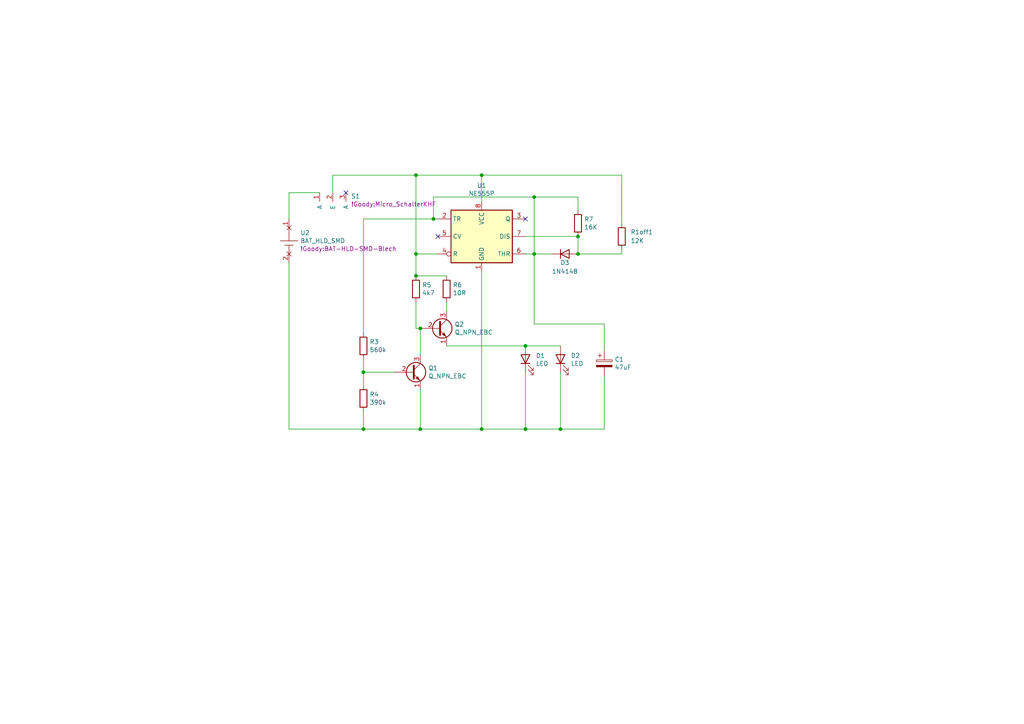
<source format=kicad_sch>
(kicad_sch
	(version 20250114)
	(generator "eeschema")
	(generator_version "9.0")
	(uuid "fe8fc5d9-8e1a-431d-8bb9-c3e0de6c8ec3")
	(paper "A4")
	(lib_symbols
		(symbol "!Goody:BAT_HLD_SMD"
			(pin_names
				(offset 1.016)
			)
			(exclude_from_sim no)
			(in_bom yes)
			(on_board yes)
			(property "Reference" "U"
				(at -5.08 0 0)
				(effects
					(font
						(size 1.27 1.27)
					)
				)
			)
			(property "Value" "BAT_HLD_SMD"
				(at -10.16 3.81 0)
				(effects
					(font
						(size 1.27 1.27)
					)
				)
			)
			(property "Footprint" "KHF_LIB:BAT-HLD-SMD"
				(at -15.24 6.35 0)
				(effects
					(font
						(size 1.27 1.27)
					)
				)
			)
			(property "Datasheet" ""
				(at -5.08 0 0)
				(effects
					(font
						(size 1.27 1.27)
					)
					(hide yes)
				)
			)
			(property "Description" "2032 SMD"
				(at 0 0 0)
				(effects
					(font
						(size 1.27 1.27)
					)
					(hide yes)
				)
			)
			(symbol "BAT_HLD_SMD_0_1"
				(rectangle
					(start -1.27 0)
					(end -2.54 0)
					(stroke
						(width 0)
						(type solid)
					)
					(fill
						(type none)
					)
				)
				(rectangle
					(start -1.27 0)
					(end 1.27 0)
					(stroke
						(width 0)
						(type solid)
					)
					(fill
						(type none)
					)
				)
				(rectangle
					(start -1.27 -1.27)
					(end 1.27 -1.27)
					(stroke
						(width 0)
						(type solid)
					)
					(fill
						(type none)
					)
				)
				(polyline
					(pts
						(xy 0 0) (xy 0 3.81)
					)
					(stroke
						(width 0)
						(type solid)
					)
					(fill
						(type none)
					)
				)
				(polyline
					(pts
						(xy 0 -3.81) (xy 0 -1.27)
					)
					(stroke
						(width 0)
						(type solid)
					)
					(fill
						(type none)
					)
				)
				(polyline
					(pts
						(xy 1.27 0) (xy 2.54 0)
					)
					(stroke
						(width 0)
						(type solid)
					)
					(fill
						(type none)
					)
				)
			)
			(symbol "BAT_HLD_SMD_1_1"
				(pin power_out non_logic
					(at 0 6.35 270)
					(length 2.54)
					(name "~"
						(effects
							(font
								(size 1.27 1.27)
							)
						)
					)
					(number "1"
						(effects
							(font
								(size 1.27 1.27)
							)
						)
					)
				)
				(pin power_out non_logic
					(at 0 -6.35 90)
					(length 2.54)
					(name "~"
						(effects
							(font
								(size 1.27 1.27)
							)
						)
					)
					(number "2"
						(effects
							(font
								(size 1.27 1.27)
							)
						)
					)
				)
			)
			(embedded_fonts no)
		)
		(symbol "!Goody:ELKO"
			(pin_numbers
				(hide yes)
			)
			(pin_names
				(offset 0.254)
			)
			(exclude_from_sim no)
			(in_bom yes)
			(on_board yes)
			(property "Reference" "C"
				(at 0.635 2.54 0)
				(effects
					(font
						(size 1.27 1.27)
					)
					(justify left)
				)
			)
			(property "Value" "ELKO"
				(at 0.635 -2.54 0)
				(effects
					(font
						(size 1.27 1.27)
					)
					(justify left)
				)
			)
			(property "Footprint" ""
				(at 0.9652 -3.81 0)
				(effects
					(font
						(size 1.27 1.27)
					)
					(hide yes)
				)
			)
			(property "Datasheet" "~"
				(at 0 0 0)
				(effects
					(font
						(size 1.27 1.27)
					)
					(hide yes)
				)
			)
			(property "Description" "ELKO"
				(at 0 0 0)
				(effects
					(font
						(size 1.27 1.27)
					)
					(hide yes)
				)
			)
			(property "ki_keywords" "cap capacitor"
				(at 0 0 0)
				(effects
					(font
						(size 1.27 1.27)
					)
					(hide yes)
				)
			)
			(property "ki_fp_filters" "CP_*"
				(at 0 0 0)
				(effects
					(font
						(size 1.27 1.27)
					)
					(hide yes)
				)
			)
			(symbol "ELKO_0_1"
				(rectangle
					(start -2.286 0.508)
					(end 2.286 1.016)
					(stroke
						(width 0)
						(type solid)
					)
					(fill
						(type none)
					)
				)
				(polyline
					(pts
						(xy -1.778 2.286) (xy -0.762 2.286)
					)
					(stroke
						(width 0)
						(type solid)
					)
					(fill
						(type none)
					)
				)
				(polyline
					(pts
						(xy -1.27 2.794) (xy -1.27 1.778)
					)
					(stroke
						(width 0)
						(type solid)
					)
					(fill
						(type none)
					)
				)
				(rectangle
					(start 2.286 -0.508)
					(end -2.286 -1.016)
					(stroke
						(width 0)
						(type solid)
					)
					(fill
						(type outline)
					)
				)
			)
			(symbol "ELKO_1_1"
				(pin passive line
					(at 0 3.81 270)
					(length 2.794)
					(name "~"
						(effects
							(font
								(size 1.27 1.27)
							)
						)
					)
					(number "1"
						(effects
							(font
								(size 1.27 1.27)
							)
						)
					)
				)
				(pin passive line
					(at 0 -3.81 90)
					(length 2.794)
					(name "~"
						(effects
							(font
								(size 1.27 1.27)
							)
						)
					)
					(number "2"
						(effects
							(font
								(size 1.27 1.27)
							)
						)
					)
				)
			)
			(embedded_fonts no)
		)
		(symbol "!Goody:LED"
			(pin_numbers
				(hide yes)
			)
			(pin_names
				(offset 1.016)
				(hide yes)
			)
			(exclude_from_sim no)
			(in_bom yes)
			(on_board yes)
			(property "Reference" "D"
				(at 0 2.54 0)
				(effects
					(font
						(size 1.27 1.27)
					)
				)
			)
			(property "Value" "LED"
				(at 2.54 -2.54 90)
				(effects
					(font
						(size 1.27 1.27)
					)
				)
			)
			(property "Footprint" "LED_THT:LED_D5.0mm"
				(at 0 5.08 0)
				(effects
					(font
						(size 1.27 1.27)
					)
					(hide yes)
				)
			)
			(property "Datasheet" ""
				(at 0 -2.54 90)
				(effects
					(font
						(size 1.27 1.27)
					)
					(hide yes)
				)
			)
			(property "Description" "LED 5mm"
				(at 0 0 0)
				(effects
					(font
						(size 1.27 1.27)
					)
					(hide yes)
				)
			)
			(property "ki_fp_filters" "LED* LED_SMD:* LED_THT:*"
				(at 0 0 0)
				(effects
					(font
						(size 1.27 1.27)
					)
					(hide yes)
				)
			)
			(symbol "LED_0_1"
				(polyline
					(pts
						(xy 0 -3.81) (xy 0 -1.27)
					)
					(stroke
						(width 0)
						(type solid)
					)
					(fill
						(type none)
					)
				)
				(polyline
					(pts
						(xy 0.762 -4.318) (xy 2.286 -5.842) (xy 2.286 -5.08) (xy 2.286 -5.842) (xy 1.524 -5.842)
					)
					(stroke
						(width 0)
						(type solid)
					)
					(fill
						(type none)
					)
				)
				(polyline
					(pts
						(xy 0.762 -5.588) (xy 2.286 -7.112) (xy 2.286 -6.35) (xy 2.286 -7.112) (xy 1.524 -7.112)
					)
					(stroke
						(width 0)
						(type solid)
					)
					(fill
						(type none)
					)
				)
				(polyline
					(pts
						(xy 1.27 -1.27) (xy -1.27 -1.27) (xy 0 -3.81) (xy 1.27 -1.27)
					)
					(stroke
						(width 0.254)
						(type solid)
					)
					(fill
						(type none)
					)
				)
				(polyline
					(pts
						(xy 1.27 -3.81) (xy -1.27 -3.81)
					)
					(stroke
						(width 0.254)
						(type solid)
					)
					(fill
						(type none)
					)
				)
			)
			(symbol "LED_1_1"
				(pin passive line
					(at 0 1.27 270)
					(length 2.54)
					(name "A"
						(effects
							(font
								(size 1.27 1.27)
							)
						)
					)
					(number "2"
						(effects
							(font
								(size 1.27 1.27)
							)
						)
					)
				)
				(pin passive line
					(at 0 -6.35 90)
					(length 2.54)
					(name "K"
						(effects
							(font
								(size 1.27 1.27)
							)
						)
					)
					(number "1"
						(effects
							(font
								(size 1.27 1.27)
							)
						)
					)
				)
			)
			(embedded_fonts no)
		)
		(symbol "!Goody:Micro_Schalter"
			(pin_names
				(offset 1.016)
			)
			(exclude_from_sim no)
			(in_bom yes)
			(on_board yes)
			(property "Reference" "S"
				(at 0 0 0)
				(effects
					(font
						(size 1.27 1.27)
					)
				)
			)
			(property "Value" "Micro_Schalter"
				(at 0 5.08 0)
				(effects
					(font
						(size 1.27 1.27)
					)
					(hide yes)
				)
			)
			(property "Footprint" "KHF_LIB:Micro_SchalterKHF"
				(at 0 0 0)
				(effects
					(font
						(size 1.27 1.27)
					)
				)
			)
			(property "Datasheet" ""
				(at 0 0 0)
				(effects
					(font
						(size 1.27 1.27)
					)
					(hide yes)
				)
			)
			(property "Description" "Micro_Schalter"
				(at 0 0 0)
				(effects
					(font
						(size 1.27 1.27)
					)
					(hide yes)
				)
			)
			(symbol "Micro_Schalter_1_1"
				(pin passive line
					(at -3.81 -2.54 270)
					(length 2.54)
					(name "A"
						(effects
							(font
								(size 1.27 1.27)
							)
						)
					)
					(number "1"
						(effects
							(font
								(size 1.27 1.27)
							)
						)
					)
				)
				(pin passive line
					(at 0 -2.54 270)
					(length 2.54)
					(name "E"
						(effects
							(font
								(size 1.27 1.27)
							)
						)
					)
					(number "2"
						(effects
							(font
								(size 1.27 1.27)
							)
						)
					)
				)
				(pin passive line
					(at 3.81 -2.54 270)
					(length 2.54)
					(name "A"
						(effects
							(font
								(size 1.27 1.27)
							)
						)
					)
					(number "3"
						(effects
							(font
								(size 1.27 1.27)
							)
						)
					)
				)
			)
			(embedded_fonts no)
		)
		(symbol "!Goody:R"
			(pin_numbers
				(hide yes)
			)
			(pin_names
				(offset 0)
			)
			(exclude_from_sim no)
			(in_bom yes)
			(on_board yes)
			(property "Reference" "R"
				(at 2.032 0 90)
				(effects
					(font
						(size 1.27 1.27)
					)
				)
			)
			(property "Value" "R"
				(at 0 0 90)
				(effects
					(font
						(size 1.27 1.27)
					)
				)
			)
			(property "Footprint" "Resistor_THT:R_Axial_DIN0411_L9.9mm_D3.6mm_P12.70mm_Horizontal"
				(at -1.778 0 90)
				(effects
					(font
						(size 1.27 1.27)
					)
					(hide yes)
				)
			)
			(property "Datasheet" "~"
				(at 0 0 0)
				(effects
					(font
						(size 1.27 1.27)
					)
					(hide yes)
				)
			)
			(property "Description" "Resistor"
				(at 0 0 0)
				(effects
					(font
						(size 1.27 1.27)
					)
					(hide yes)
				)
			)
			(property "ki_keywords" "R res resistor"
				(at 0 0 0)
				(effects
					(font
						(size 1.27 1.27)
					)
					(hide yes)
				)
			)
			(property "ki_fp_filters" "R_*"
				(at 0 0 0)
				(effects
					(font
						(size 1.27 1.27)
					)
					(hide yes)
				)
			)
			(symbol "R_0_1"
				(rectangle
					(start -1.016 -2.54)
					(end 1.016 2.54)
					(stroke
						(width 0.254)
						(type solid)
					)
					(fill
						(type none)
					)
				)
			)
			(symbol "R_1_1"
				(pin passive line
					(at 0 3.81 270)
					(length 1.27)
					(name "~"
						(effects
							(font
								(size 1.27 1.27)
							)
						)
					)
					(number "1"
						(effects
							(font
								(size 1.27 1.27)
							)
						)
					)
				)
				(pin passive line
					(at 0 -3.81 90)
					(length 1.27)
					(name "~"
						(effects
							(font
								(size 1.27 1.27)
							)
						)
					)
					(number "2"
						(effects
							(font
								(size 1.27 1.27)
							)
						)
					)
				)
			)
			(embedded_fonts no)
		)
		(symbol "Device:Q_NPN_EBC"
			(pin_names
				(offset 0)
				(hide yes)
			)
			(exclude_from_sim no)
			(in_bom yes)
			(on_board yes)
			(property "Reference" "Q"
				(at 5.08 1.27 0)
				(effects
					(font
						(size 1.27 1.27)
					)
					(justify left)
				)
			)
			(property "Value" "Q_NPN_EBC"
				(at 5.08 -1.27 0)
				(effects
					(font
						(size 1.27 1.27)
					)
					(justify left)
				)
			)
			(property "Footprint" ""
				(at 5.08 2.54 0)
				(effects
					(font
						(size 1.27 1.27)
					)
					(hide yes)
				)
			)
			(property "Datasheet" "~"
				(at 0 0 0)
				(effects
					(font
						(size 1.27 1.27)
					)
					(hide yes)
				)
			)
			(property "Description" "NPN transistor, emitter/base/collector"
				(at 0 0 0)
				(effects
					(font
						(size 1.27 1.27)
					)
					(hide yes)
				)
			)
			(property "ki_keywords" "transistor NPN"
				(at 0 0 0)
				(effects
					(font
						(size 1.27 1.27)
					)
					(hide yes)
				)
			)
			(symbol "Q_NPN_EBC_0_1"
				(polyline
					(pts
						(xy 0.635 1.905) (xy 0.635 -1.905) (xy 0.635 -1.905)
					)
					(stroke
						(width 0.508)
						(type default)
					)
					(fill
						(type none)
					)
				)
				(polyline
					(pts
						(xy 0.635 0.635) (xy 2.54 2.54)
					)
					(stroke
						(width 0)
						(type default)
					)
					(fill
						(type none)
					)
				)
				(polyline
					(pts
						(xy 0.635 -0.635) (xy 2.54 -2.54) (xy 2.54 -2.54)
					)
					(stroke
						(width 0)
						(type default)
					)
					(fill
						(type none)
					)
				)
				(circle
					(center 1.27 0)
					(radius 2.8194)
					(stroke
						(width 0.254)
						(type default)
					)
					(fill
						(type none)
					)
				)
				(polyline
					(pts
						(xy 1.27 -1.778) (xy 1.778 -1.27) (xy 2.286 -2.286) (xy 1.27 -1.778) (xy 1.27 -1.778)
					)
					(stroke
						(width 0)
						(type default)
					)
					(fill
						(type outline)
					)
				)
			)
			(symbol "Q_NPN_EBC_1_1"
				(pin passive line
					(at -5.08 0 0)
					(length 5.715)
					(name "B"
						(effects
							(font
								(size 1.27 1.27)
							)
						)
					)
					(number "2"
						(effects
							(font
								(size 1.27 1.27)
							)
						)
					)
				)
				(pin passive line
					(at 2.54 5.08 270)
					(length 2.54)
					(name "C"
						(effects
							(font
								(size 1.27 1.27)
							)
						)
					)
					(number "3"
						(effects
							(font
								(size 1.27 1.27)
							)
						)
					)
				)
				(pin passive line
					(at 2.54 -5.08 90)
					(length 2.54)
					(name "E"
						(effects
							(font
								(size 1.27 1.27)
							)
						)
					)
					(number "1"
						(effects
							(font
								(size 1.27 1.27)
							)
						)
					)
				)
			)
			(embedded_fonts no)
		)
		(symbol "Diode:1N4148"
			(pin_numbers
				(hide yes)
			)
			(pin_names
				(hide yes)
			)
			(exclude_from_sim no)
			(in_bom yes)
			(on_board yes)
			(property "Reference" "D"
				(at 0 2.54 0)
				(effects
					(font
						(size 1.27 1.27)
					)
				)
			)
			(property "Value" "1N4148"
				(at 0 -2.54 0)
				(effects
					(font
						(size 1.27 1.27)
					)
				)
			)
			(property "Footprint" "Diode_THT:D_DO-35_SOD27_P7.62mm_Horizontal"
				(at 0 0 0)
				(effects
					(font
						(size 1.27 1.27)
					)
					(hide yes)
				)
			)
			(property "Datasheet" "https://assets.nexperia.com/documents/data-sheet/1N4148_1N4448.pdf"
				(at 0 0 0)
				(effects
					(font
						(size 1.27 1.27)
					)
					(hide yes)
				)
			)
			(property "Description" "100V 0.15A standard switching diode, DO-35"
				(at 0 0 0)
				(effects
					(font
						(size 1.27 1.27)
					)
					(hide yes)
				)
			)
			(property "Sim.Device" "D"
				(at 0 0 0)
				(effects
					(font
						(size 1.27 1.27)
					)
					(hide yes)
				)
			)
			(property "Sim.Pins" "1=K 2=A"
				(at 0 0 0)
				(effects
					(font
						(size 1.27 1.27)
					)
					(hide yes)
				)
			)
			(property "ki_keywords" "diode"
				(at 0 0 0)
				(effects
					(font
						(size 1.27 1.27)
					)
					(hide yes)
				)
			)
			(property "ki_fp_filters" "D*DO?35*"
				(at 0 0 0)
				(effects
					(font
						(size 1.27 1.27)
					)
					(hide yes)
				)
			)
			(symbol "1N4148_0_1"
				(polyline
					(pts
						(xy -1.27 1.27) (xy -1.27 -1.27)
					)
					(stroke
						(width 0.254)
						(type default)
					)
					(fill
						(type none)
					)
				)
				(polyline
					(pts
						(xy 1.27 1.27) (xy 1.27 -1.27) (xy -1.27 0) (xy 1.27 1.27)
					)
					(stroke
						(width 0.254)
						(type default)
					)
					(fill
						(type none)
					)
				)
				(polyline
					(pts
						(xy 1.27 0) (xy -1.27 0)
					)
					(stroke
						(width 0)
						(type default)
					)
					(fill
						(type none)
					)
				)
			)
			(symbol "1N4148_1_1"
				(pin passive line
					(at -3.81 0 0)
					(length 2.54)
					(name "K"
						(effects
							(font
								(size 1.27 1.27)
							)
						)
					)
					(number "1"
						(effects
							(font
								(size 1.27 1.27)
							)
						)
					)
				)
				(pin passive line
					(at 3.81 0 180)
					(length 2.54)
					(name "A"
						(effects
							(font
								(size 1.27 1.27)
							)
						)
					)
					(number "2"
						(effects
							(font
								(size 1.27 1.27)
							)
						)
					)
				)
			)
			(embedded_fonts no)
		)
		(symbol "Timer:NE555P"
			(exclude_from_sim no)
			(in_bom yes)
			(on_board yes)
			(property "Reference" "U"
				(at -10.16 8.89 0)
				(effects
					(font
						(size 1.27 1.27)
					)
					(justify left)
				)
			)
			(property "Value" "NE555P"
				(at 2.54 8.89 0)
				(effects
					(font
						(size 1.27 1.27)
					)
					(justify left)
				)
			)
			(property "Footprint" "Package_DIP:DIP-8_W7.62mm"
				(at 16.51 -10.16 0)
				(effects
					(font
						(size 1.27 1.27)
					)
					(hide yes)
				)
			)
			(property "Datasheet" "http://www.ti.com/lit/ds/symlink/ne555.pdf"
				(at 21.59 -10.16 0)
				(effects
					(font
						(size 1.27 1.27)
					)
					(hide yes)
				)
			)
			(property "Description" "Precision Timers, 555 compatible,  PDIP-8"
				(at 0 0 0)
				(effects
					(font
						(size 1.27 1.27)
					)
					(hide yes)
				)
			)
			(property "ki_keywords" "single timer 555"
				(at 0 0 0)
				(effects
					(font
						(size 1.27 1.27)
					)
					(hide yes)
				)
			)
			(property "ki_fp_filters" "DIP*W7.62mm*"
				(at 0 0 0)
				(effects
					(font
						(size 1.27 1.27)
					)
					(hide yes)
				)
			)
			(symbol "NE555P_0_0"
				(pin power_in line
					(at 0 10.16 270)
					(length 2.54)
					(name "VCC"
						(effects
							(font
								(size 1.27 1.27)
							)
						)
					)
					(number "8"
						(effects
							(font
								(size 1.27 1.27)
							)
						)
					)
				)
				(pin power_in line
					(at 0 -10.16 90)
					(length 2.54)
					(name "GND"
						(effects
							(font
								(size 1.27 1.27)
							)
						)
					)
					(number "1"
						(effects
							(font
								(size 1.27 1.27)
							)
						)
					)
				)
			)
			(symbol "NE555P_0_1"
				(rectangle
					(start -8.89 -7.62)
					(end 8.89 7.62)
					(stroke
						(width 0.254)
						(type default)
					)
					(fill
						(type background)
					)
				)
				(rectangle
					(start -8.89 -7.62)
					(end 8.89 7.62)
					(stroke
						(width 0.254)
						(type default)
					)
					(fill
						(type background)
					)
				)
			)
			(symbol "NE555P_1_1"
				(pin input line
					(at -12.7 5.08 0)
					(length 3.81)
					(name "TR"
						(effects
							(font
								(size 1.27 1.27)
							)
						)
					)
					(number "2"
						(effects
							(font
								(size 1.27 1.27)
							)
						)
					)
				)
				(pin input line
					(at -12.7 0 0)
					(length 3.81)
					(name "CV"
						(effects
							(font
								(size 1.27 1.27)
							)
						)
					)
					(number "5"
						(effects
							(font
								(size 1.27 1.27)
							)
						)
					)
				)
				(pin input inverted
					(at -12.7 -5.08 0)
					(length 3.81)
					(name "R"
						(effects
							(font
								(size 1.27 1.27)
							)
						)
					)
					(number "4"
						(effects
							(font
								(size 1.27 1.27)
							)
						)
					)
				)
				(pin output line
					(at 12.7 5.08 180)
					(length 3.81)
					(name "Q"
						(effects
							(font
								(size 1.27 1.27)
							)
						)
					)
					(number "3"
						(effects
							(font
								(size 1.27 1.27)
							)
						)
					)
				)
				(pin input line
					(at 12.7 0 180)
					(length 3.81)
					(name "DIS"
						(effects
							(font
								(size 1.27 1.27)
							)
						)
					)
					(number "7"
						(effects
							(font
								(size 1.27 1.27)
							)
						)
					)
				)
				(pin input line
					(at 12.7 -5.08 180)
					(length 3.81)
					(name "THR"
						(effects
							(font
								(size 1.27 1.27)
							)
						)
					)
					(number "6"
						(effects
							(font
								(size 1.27 1.27)
							)
						)
					)
				)
			)
			(embedded_fonts no)
		)
	)
	(junction
		(at 167.64 73.66)
		(diameter 0)
		(color 0 0 0 0)
		(uuid "07952baa-3ee7-4b77-a50e-d9371b320cf7")
	)
	(junction
		(at 120.65 73.66)
		(diameter 0)
		(color 0 0 0 0)
		(uuid "09d29e5d-819e-4b04-a234-ed54cad4f7c4")
	)
	(junction
		(at 120.65 80.01)
		(diameter 0)
		(color 0 0 0 0)
		(uuid "3f8ff41f-7fa1-4625-81e1-fd2ec9c5d127")
	)
	(junction
		(at 120.65 50.8)
		(diameter 0)
		(color 0 0 0 0)
		(uuid "64356417-6da8-4503-a2ff-294354195611")
	)
	(junction
		(at 121.92 124.46)
		(diameter 0)
		(color 0 0 0 0)
		(uuid "7251bc87-8c5e-4aa1-8559-d9caebc4b571")
	)
	(junction
		(at 105.41 124.46)
		(diameter 0)
		(color 0 0 0 0)
		(uuid "754e9144-b9d0-4f1b-9dfd-7249be4d75e6")
	)
	(junction
		(at 125.73 63.5)
		(diameter 0)
		(color 0 0 0 0)
		(uuid "7def0cb9-8668-4c3d-a2ff-e9bbd18be60a")
	)
	(junction
		(at 139.7 124.46)
		(diameter 0)
		(color 0 0 0 0)
		(uuid "8eb0cb68-ed7b-495e-8c93-af9a2f75085d")
	)
	(junction
		(at 139.7 50.8)
		(diameter 0)
		(color 0 0 0 0)
		(uuid "9fbc35ac-1c6f-4c8f-aa01-ce227fe3043e")
	)
	(junction
		(at 154.94 57.15)
		(diameter 0)
		(color 0 0 0 0)
		(uuid "b04a38a6-1d29-4506-a397-d42167440284")
	)
	(junction
		(at 105.41 107.95)
		(diameter 0)
		(color 0 0 0 0)
		(uuid "c68b299b-b82e-4b3e-aaf2-1e9952bfa8f8")
	)
	(junction
		(at 121.92 95.25)
		(diameter 0)
		(color 0 0 0 0)
		(uuid "cfbff02b-7cc7-4a04-901b-0f3ddc8d8857")
	)
	(junction
		(at 167.64 68.58)
		(diameter 0)
		(color 0 0 0 0)
		(uuid "d69779c2-44b6-4257-bccf-b423ed22244c")
	)
	(junction
		(at 162.56 124.46)
		(diameter 0)
		(color 0 0 0 0)
		(uuid "da2b7979-e9d5-462c-873f-3001950e82fb")
	)
	(junction
		(at 152.4 124.46)
		(diameter 0)
		(color 0 0 0 0)
		(uuid "ecfa1182-ad23-43a1-ad97-d0ece09d24d8")
	)
	(junction
		(at 152.4 100.33)
		(diameter 0)
		(color 0 0 0 0)
		(uuid "fd0ee60c-3367-41b9-8b7b-52dfd317d0dd")
	)
	(junction
		(at 154.94 73.66)
		(diameter 0)
		(color 0 0 0 0)
		(uuid "fee62a2d-0fe9-4de7-a6a1-51f5924b0abd")
	)
	(no_connect
		(at 100.33 55.88)
		(uuid "167c7419-b22e-49d2-b54a-c23d76afd644")
	)
	(no_connect
		(at 152.4 63.5)
		(uuid "8b84f613-7454-43e4-a124-c704662fa5b1")
	)
	(no_connect
		(at 127 68.58)
		(uuid "a9f0022f-5bcb-4aca-afce-9a8c3ff6e581")
	)
	(wire
		(pts
			(xy 120.65 50.8) (xy 139.7 50.8)
		)
		(stroke
			(width 0)
			(type default)
		)
		(uuid "002deb25-67b6-4498-a4b0-2147665af8f7")
	)
	(wire
		(pts
			(xy 92.71 55.88) (xy 83.82 55.88)
		)
		(stroke
			(width 0)
			(type default)
		)
		(uuid "0917970b-3136-4624-8559-2f312a2fb744")
	)
	(wire
		(pts
			(xy 167.64 73.66) (xy 180.34 73.66)
		)
		(stroke
			(width 0)
			(type default)
		)
		(uuid "0cd3ec4e-f3d0-4142-9b38-79653962b440")
	)
	(wire
		(pts
			(xy 129.54 90.17) (xy 129.54 87.63)
		)
		(stroke
			(width 0)
			(type default)
		)
		(uuid "1211a3df-2c86-4b43-847f-7dee519d2f2d")
	)
	(wire
		(pts
			(xy 129.54 80.01) (xy 120.65 80.01)
		)
		(stroke
			(width 0)
			(type default)
		)
		(uuid "13c9085f-d78c-45dd-8b5d-cdd552e01aeb")
	)
	(wire
		(pts
			(xy 105.41 63.5) (xy 125.73 63.5)
		)
		(stroke
			(width 0)
			(type default)
		)
		(uuid "1588f0ef-7788-41c5-a3ad-4bb48a26a565")
	)
	(wire
		(pts
			(xy 105.41 119.38) (xy 105.41 124.46)
		)
		(stroke
			(width 0)
			(type default)
		)
		(uuid "198e19be-fe5c-4d36-b4d0-501de6a553db")
	)
	(wire
		(pts
			(xy 154.94 93.98) (xy 175.26 93.98)
		)
		(stroke
			(width 0)
			(type default)
		)
		(uuid "1bb9bc72-403e-40c3-9d2c-2f80ad50fe25")
	)
	(wire
		(pts
			(xy 83.82 76.2) (xy 83.82 124.46)
		)
		(stroke
			(width 0)
			(type default)
		)
		(uuid "1dbc9fe2-4e96-4a16-9351-b2bc154eccdd")
	)
	(wire
		(pts
			(xy 167.64 57.15) (xy 154.94 57.15)
		)
		(stroke
			(width 0)
			(type default)
		)
		(uuid "1de8f8bc-aad0-4869-922a-2f91857b7135")
	)
	(wire
		(pts
			(xy 83.82 124.46) (xy 105.41 124.46)
		)
		(stroke
			(width 0)
			(type default)
		)
		(uuid "2163af19-d26f-45e3-9846-15dfc410061c")
	)
	(wire
		(pts
			(xy 120.65 95.25) (xy 121.92 95.25)
		)
		(stroke
			(width 0)
			(type default)
		)
		(uuid "29f11b00-2d55-4c8d-8dfe-980b62a5402a")
	)
	(wire
		(pts
			(xy 105.41 111.76) (xy 105.41 107.95)
		)
		(stroke
			(width 0)
			(type default)
		)
		(uuid "2c46c5a6-6904-414f-882f-330bf36f78de")
	)
	(wire
		(pts
			(xy 154.94 73.66) (xy 154.94 93.98)
		)
		(stroke
			(width 0)
			(type default)
		)
		(uuid "348f6793-9fb2-4ef2-a848-253d51e3464e")
	)
	(wire
		(pts
			(xy 120.65 80.01) (xy 120.65 73.66)
		)
		(stroke
			(width 0)
			(type default)
		)
		(uuid "3da787ee-12aa-402e-b6de-3fc5887eb61d")
	)
	(wire
		(pts
			(xy 180.34 50.8) (xy 180.34 64.77)
		)
		(stroke
			(width 0)
			(type default)
		)
		(uuid "40d18677-25d2-4706-8adf-56111abcd9a2")
	)
	(wire
		(pts
			(xy 83.82 55.88) (xy 83.82 63.5)
		)
		(stroke
			(width 0)
			(type default)
		)
		(uuid "43336494-f55a-4bff-a7b8-c6be720af57d")
	)
	(wire
		(pts
			(xy 152.4 100.33) (xy 162.56 100.33)
		)
		(stroke
			(width 0)
			(type default)
		)
		(uuid "57ca5712-7e97-4d69-aa35-e8b2496b7675")
	)
	(wire
		(pts
			(xy 105.41 107.95) (xy 105.41 104.14)
		)
		(stroke
			(width 0)
			(type default)
		)
		(uuid "60dec1c7-cc16-48b8-87a1-5d2140f8ae82")
	)
	(wire
		(pts
			(xy 139.7 50.8) (xy 139.7 58.42)
		)
		(stroke
			(width 0)
			(type default)
		)
		(uuid "63b172d2-7ccc-4b41-8806-b0728091d864")
	)
	(wire
		(pts
			(xy 152.4 100.33) (xy 129.54 100.33)
		)
		(stroke
			(width 0)
			(type default)
		)
		(uuid "6b1113f2-340c-4247-a442-8dbf263d92aa")
	)
	(wire
		(pts
			(xy 96.52 55.88) (xy 96.52 50.8)
		)
		(stroke
			(width 0)
			(type default)
		)
		(uuid "6c831116-8957-43c3-b5a3-a9639350205d")
	)
	(wire
		(pts
			(xy 139.7 50.8) (xy 180.34 50.8)
		)
		(stroke
			(width 0)
			(type default)
		)
		(uuid "765bdbcc-b16a-4927-aa8b-b0be7b615695")
	)
	(wire
		(pts
			(xy 175.26 124.46) (xy 162.56 124.46)
		)
		(stroke
			(width 0)
			(type default)
		)
		(uuid "792b6ca3-2c65-4c37-bf29-6221362cad0c")
	)
	(wire
		(pts
			(xy 105.41 124.46) (xy 121.92 124.46)
		)
		(stroke
			(width 0)
			(type default)
		)
		(uuid "7b0d1218-0edf-412c-a6b6-aed185660c82")
	)
	(wire
		(pts
			(xy 121.92 124.46) (xy 139.7 124.46)
		)
		(stroke
			(width 0)
			(type default)
		)
		(uuid "873ca649-04a5-403d-9456-33b9640068bd")
	)
	(wire
		(pts
			(xy 175.26 93.98) (xy 175.26 101.6)
		)
		(stroke
			(width 0)
			(type default)
		)
		(uuid "88a673d2-a99c-4466-81ef-e6861b5f0485")
	)
	(wire
		(pts
			(xy 139.7 124.46) (xy 152.4 124.46)
		)
		(stroke
			(width 0)
			(type default)
		)
		(uuid "8f965241-8d78-4027-ad93-12088a1e90d2")
	)
	(wire
		(pts
			(xy 121.92 113.03) (xy 121.92 124.46)
		)
		(stroke
			(width 0)
			(type default)
		)
		(uuid "93d129de-e698-46e7-bbe9-f64aa3642047")
	)
	(wire
		(pts
			(xy 152.4 124.46) (xy 162.56 124.46)
		)
		(stroke
			(width 0)
			(type default)
		)
		(uuid "9860c794-f7ff-4753-af29-78328ac432fd")
	)
	(wire
		(pts
			(xy 152.4 68.58) (xy 167.64 68.58)
		)
		(stroke
			(width 0)
			(type default)
		)
		(uuid "a0207f1d-e99a-46fd-88f9-b5dce1c38874")
	)
	(wire
		(pts
			(xy 160.02 73.66) (xy 154.94 73.66)
		)
		(stroke
			(width 0)
			(type default)
		)
		(uuid "a0ca076f-853f-489a-b5ab-93dbde1fb789")
	)
	(wire
		(pts
			(xy 152.4 107.95) (xy 152.4 124.46)
		)
		(stroke
			(width 0)
			(type default)
		)
		(uuid "a36b7959-a04c-4029-aac3-91defae02d86")
	)
	(wire
		(pts
			(xy 167.64 60.96) (xy 167.64 57.15)
		)
		(stroke
			(width 0)
			(type default)
		)
		(uuid "aaa2ec92-5905-4bf6-9248-d7833048809f")
	)
	(wire
		(pts
			(xy 121.92 95.25) (xy 121.92 102.87)
		)
		(stroke
			(width 0)
			(type default)
		)
		(uuid "acb8be12-8538-4552-ad95-574614193913")
	)
	(wire
		(pts
			(xy 175.26 109.22) (xy 175.26 124.46)
		)
		(stroke
			(width 0)
			(type default)
		)
		(uuid "b553e43f-bda3-4967-8f8a-3cd827351112")
	)
	(wire
		(pts
			(xy 105.41 63.5) (xy 105.41 96.52)
		)
		(stroke
			(width 0)
			(type default)
		)
		(uuid "b6f88414-e04a-4382-a584-661fc1cc65b1")
	)
	(wire
		(pts
			(xy 167.64 68.58) (xy 167.64 73.66)
		)
		(stroke
			(width 0)
			(type default)
		)
		(uuid "b91b7879-db74-4718-9325-3a1c4d46ac49")
	)
	(wire
		(pts
			(xy 154.94 57.15) (xy 125.73 57.15)
		)
		(stroke
			(width 0)
			(type default)
		)
		(uuid "bdb94650-9d98-4bfa-87a5-637d36b8626e")
	)
	(wire
		(pts
			(xy 120.65 73.66) (xy 120.65 50.8)
		)
		(stroke
			(width 0)
			(type default)
		)
		(uuid "c1c57d19-cb51-4be6-99f2-25241ce7d0af")
	)
	(wire
		(pts
			(xy 127 73.66) (xy 120.65 73.66)
		)
		(stroke
			(width 0)
			(type default)
		)
		(uuid "c9908705-c877-4b89-bb1c-4227b5ef7de1")
	)
	(wire
		(pts
			(xy 180.34 73.66) (xy 180.34 72.39)
		)
		(stroke
			(width 0)
			(type default)
		)
		(uuid "ce2638eb-9c4d-464f-af0a-71c5c7d53fa8")
	)
	(wire
		(pts
			(xy 125.73 63.5) (xy 127 63.5)
		)
		(stroke
			(width 0)
			(type default)
		)
		(uuid "ce352905-8872-41bd-81bb-f9bd50bbcc47")
	)
	(wire
		(pts
			(xy 96.52 50.8) (xy 120.65 50.8)
		)
		(stroke
			(width 0)
			(type default)
		)
		(uuid "df032bd3-8650-494f-b3b5-cc7733e8c98b")
	)
	(wire
		(pts
			(xy 154.94 73.66) (xy 154.94 57.15)
		)
		(stroke
			(width 0)
			(type default)
		)
		(uuid "e61abaf3-efe5-4abb-be15-0160eb8ad2a3")
	)
	(wire
		(pts
			(xy 114.3 107.95) (xy 105.41 107.95)
		)
		(stroke
			(width 0)
			(type default)
		)
		(uuid "e70ada3a-aca4-4084-8b5b-7ab6dc81561d")
	)
	(wire
		(pts
			(xy 154.94 73.66) (xy 152.4 73.66)
		)
		(stroke
			(width 0)
			(type default)
		)
		(uuid "f2bcc21d-9e42-4b05-9731-ffbc014975eb")
	)
	(wire
		(pts
			(xy 120.65 87.63) (xy 120.65 95.25)
		)
		(stroke
			(width 0)
			(type default)
		)
		(uuid "f9953135-cc27-44db-a4ef-212e27ca829c")
	)
	(wire
		(pts
			(xy 139.7 78.74) (xy 139.7 124.46)
		)
		(stroke
			(width 0)
			(type default)
		)
		(uuid "fae45abd-d3d8-4d67-91cd-cf531ec824f4")
	)
	(wire
		(pts
			(xy 162.56 124.46) (xy 162.56 107.95)
		)
		(stroke
			(width 0)
			(type default)
		)
		(uuid "ff04e3b4-e536-406d-88ba-eb64de193b68")
	)
	(wire
		(pts
			(xy 125.73 57.15) (xy 125.73 63.5)
		)
		(stroke
			(width 0)
			(type default)
		)
		(uuid "ffeb41f8-7029-44e1-88fe-d40d746ff59d")
	)
	(symbol
		(lib_id "Timer:NE555P")
		(at 139.7 68.58 0)
		(unit 1)
		(exclude_from_sim no)
		(in_bom yes)
		(on_board yes)
		(dnp no)
		(uuid "00000000-0000-0000-0000-000064f9f70a")
		(property "Reference" "U1"
			(at 139.7 53.8226 0)
			(effects
				(font
					(size 1.27 1.27)
				)
			)
		)
		(property "Value" "NE555P"
			(at 139.7 56.134 0)
			(effects
				(font
					(size 1.27 1.27)
				)
			)
		)
		(property "Footprint" "Package_DIP:DIP-8_W7.62mm"
			(at 156.21 78.74 0)
			(effects
				(font
					(size 1.27 1.27)
				)
				(hide yes)
			)
		)
		(property "Datasheet" "http://www.ti.com/lit/ds/symlink/ne555.pdf"
			(at 161.29 78.74 0)
			(effects
				(font
					(size 1.27 1.27)
				)
				(hide yes)
			)
		)
		(property "Description" ""
			(at 139.7 68.58 0)
			(effects
				(font
					(size 1.27 1.27)
				)
			)
		)
		(pin "1"
			(uuid "74da7e86-810c-4641-9c88-6b7d5313d3b5")
		)
		(pin "8"
			(uuid "82781818-99dc-4d08-85d7-46dded14e09e")
		)
		(pin "2"
			(uuid "e62b6303-9aaf-44ae-bc70-322bdb6f96e7")
		)
		(pin "3"
			(uuid "cfc6f40a-2cec-48b5-8729-2e11e2055231")
		)
		(pin "4"
			(uuid "c98748ed-9613-4c27-8435-867b0ff98bbf")
		)
		(pin "5"
			(uuid "57bd1888-210c-4a43-84a5-a5601f71e698")
		)
		(pin "6"
			(uuid "540247ba-b4f2-492e-a559-48d695fc28f0")
		)
		(pin "7"
			(uuid "2bdc23b6-88b7-41ca-a97d-0666bc8e85f3")
		)
		(instances
			(project "Fledermaus II"
				(path "/7b75b24d-c639-4257-9c07-eb8fe85db5f5"
					(reference "U1")
					(unit 1)
				)
			)
			(project "Tiger"
				(path "/85a7168c-e501-46f8-8e1e-9512bc111992"
					(reference "U1")
					(unit 1)
				)
			)
			(project "Seegeist"
				(path "/9b2a9ae3-bef4-45e9-9397-3e96b5b2715c"
					(reference "U1")
					(unit 1)
				)
			)
			(project "Hase"
				(path "/9efae4a2-6f6f-468a-b76c-15c20599a733"
					(reference "U1")
					(unit 1)
				)
			)
			(project "Jo_Rabbit"
				(path "/fe8fc5d9-8e1a-431d-8bb9-c3e0de6c8ec3"
					(reference "U1")
					(unit 1)
				)
			)
		)
	)
	(symbol
		(lib_id "Diode:1N4148")
		(at 163.83 73.66 0)
		(unit 1)
		(exclude_from_sim no)
		(in_bom yes)
		(on_board yes)
		(dnp no)
		(uuid "00000000-0000-0000-0000-000064f9ff5a")
		(property "Reference" "D3"
			(at 163.83 76.2 0)
			(effects
				(font
					(size 1.27 1.27)
				)
			)
		)
		(property "Value" "1N4148"
			(at 163.83 78.74 0)
			(effects
				(font
					(size 1.27 1.27)
				)
			)
		)
		(property "Footprint" "!Goody:1N4147_P7.62mm_Horizontal"
			(at 163.83 78.105 0)
			(effects
				(font
					(size 1.27 1.27)
				)
				(hide yes)
			)
		)
		(property "Datasheet" "https://assets.nexperia.com/documents/data-sheet/1N4148_1N4448.pdf"
			(at 163.83 73.66 0)
			(effects
				(font
					(size 1.27 1.27)
				)
				(hide yes)
			)
		)
		(property "Description" ""
			(at 163.83 73.66 0)
			(effects
				(font
					(size 1.27 1.27)
				)
			)
		)
		(pin "1"
			(uuid "37370d77-697d-4bff-856b-4c6fd6f27aad")
		)
		(pin "2"
			(uuid "5d51d78e-13d8-47d3-bce1-f9e20a41291d")
		)
		(instances
			(project "Fledermaus II"
				(path "/7b75b24d-c639-4257-9c07-eb8fe85db5f5"
					(reference "D3")
					(unit 1)
				)
			)
			(project "Tiger"
				(path "/85a7168c-e501-46f8-8e1e-9512bc111992"
					(reference "D3")
					(unit 1)
				)
			)
			(project "Seegeist"
				(path "/9b2a9ae3-bef4-45e9-9397-3e96b5b2715c"
					(reference "D1")
					(unit 1)
				)
			)
			(project "Hase"
				(path "/9efae4a2-6f6f-468a-b76c-15c20599a733"
					(reference "D3")
					(unit 1)
				)
			)
			(project "Jo_Rabbit"
				(path "/fe8fc5d9-8e1a-431d-8bb9-c3e0de6c8ec3"
					(reference "D3")
					(unit 1)
				)
			)
		)
	)
	(symbol
		(lib_id "!Goody:ELKO")
		(at 175.26 105.41 0)
		(unit 1)
		(exclude_from_sim no)
		(in_bom yes)
		(on_board yes)
		(dnp no)
		(uuid "00000000-0000-0000-0000-000064fa140e")
		(property "Reference" "C1"
			(at 178.2572 104.2416 0)
			(effects
				(font
					(size 1.27 1.27)
				)
				(justify left)
			)
		)
		(property "Value" "47uF"
			(at 178.2572 106.553 0)
			(effects
				(font
					(size 1.27 1.27)
				)
				(justify left)
			)
		)
		(property "Footprint" "!Goody:C_Radial_D6.3mm_P2.50mm"
			(at 176.2252 109.22 0)
			(effects
				(font
					(size 1.27 1.27)
				)
				(hide yes)
			)
		)
		(property "Datasheet" "~"
			(at 175.26 105.41 0)
			(effects
				(font
					(size 1.27 1.27)
				)
				(hide yes)
			)
		)
		(property "Description" ""
			(at 175.26 105.41 0)
			(effects
				(font
					(size 1.27 1.27)
				)
			)
		)
		(pin "1"
			(uuid "cc7a2b9e-36bf-494c-b880-a2ffc6e74bbc")
		)
		(pin "2"
			(uuid "45431d58-9c01-4cc0-86e1-4d5348bf4fa6")
		)
		(instances
			(project "Fledermaus II"
				(path "/7b75b24d-c639-4257-9c07-eb8fe85db5f5"
					(reference "C1")
					(unit 1)
				)
			)
			(project "Tiger"
				(path "/85a7168c-e501-46f8-8e1e-9512bc111992"
					(reference "C1")
					(unit 1)
				)
			)
			(project "Seegeist"
				(path "/9b2a9ae3-bef4-45e9-9397-3e96b5b2715c"
					(reference "C1")
					(unit 1)
				)
			)
			(project "Hase"
				(path "/9efae4a2-6f6f-468a-b76c-15c20599a733"
					(reference "C1")
					(unit 1)
				)
			)
			(project "Jo_Rabbit"
				(path "/fe8fc5d9-8e1a-431d-8bb9-c3e0de6c8ec3"
					(reference "C1")
					(unit 1)
				)
			)
		)
	)
	(symbol
		(lib_id "!Goody:R")
		(at 105.41 100.33 0)
		(unit 1)
		(exclude_from_sim no)
		(in_bom yes)
		(on_board yes)
		(dnp no)
		(uuid "00000000-0000-0000-0000-000064fa24a9")
		(property "Reference" "R3"
			(at 107.188 99.1616 0)
			(effects
				(font
					(size 1.27 1.27)
				)
				(justify left)
			)
		)
		(property "Value" "560k"
			(at 107.188 101.473 0)
			(effects
				(font
					(size 1.27 1.27)
				)
				(justify left)
			)
		)
		(property "Footprint" "Resistor_THT:R_Axial_DIN0207_L6.3mm_D2.5mm_P10.16mm_Horizontal"
			(at 103.632 100.33 90)
			(effects
				(font
					(size 1.27 1.27)
				)
				(hide yes)
			)
		)
		(property "Datasheet" "~"
			(at 105.41 100.33 0)
			(effects
				(font
					(size 1.27 1.27)
				)
				(hide yes)
			)
		)
		(property "Description" ""
			(at 105.41 100.33 0)
			(effects
				(font
					(size 1.27 1.27)
				)
			)
		)
		(pin "1"
			(uuid "37da9d2a-80cf-433d-8cb0-19a026ff6e1c")
		)
		(pin "2"
			(uuid "b8ab7582-e1b8-474b-8862-15918d7429a9")
		)
		(instances
			(project "Fledermaus II"
				(path "/7b75b24d-c639-4257-9c07-eb8fe85db5f5"
					(reference "R3")
					(unit 1)
				)
			)
			(project "Tiger"
				(path "/85a7168c-e501-46f8-8e1e-9512bc111992"
					(reference "R3")
					(unit 1)
				)
			)
			(project "Seegeist"
				(path "/9b2a9ae3-bef4-45e9-9397-3e96b5b2715c"
					(reference "R2")
					(unit 1)
				)
			)
			(project "Hase"
				(path "/9efae4a2-6f6f-468a-b76c-15c20599a733"
					(reference "R3")
					(unit 1)
				)
			)
			(project "Jo_Rabbit"
				(path "/fe8fc5d9-8e1a-431d-8bb9-c3e0de6c8ec3"
					(reference "R3")
					(unit 1)
				)
			)
		)
	)
	(symbol
		(lib_id "!Goody:R")
		(at 105.41 115.57 0)
		(unit 1)
		(exclude_from_sim no)
		(in_bom yes)
		(on_board yes)
		(dnp no)
		(uuid "00000000-0000-0000-0000-000064fa3399")
		(property "Reference" "R4"
			(at 107.188 114.4016 0)
			(effects
				(font
					(size 1.27 1.27)
				)
				(justify left)
			)
		)
		(property "Value" "390k"
			(at 107.188 116.713 0)
			(effects
				(font
					(size 1.27 1.27)
				)
				(justify left)
			)
		)
		(property "Footprint" "Resistor_THT:R_Axial_DIN0207_L6.3mm_D2.5mm_P10.16mm_Horizontal"
			(at 103.632 115.57 90)
			(effects
				(font
					(size 1.27 1.27)
				)
				(hide yes)
			)
		)
		(property "Datasheet" "~"
			(at 105.41 115.57 0)
			(effects
				(font
					(size 1.27 1.27)
				)
				(hide yes)
			)
		)
		(property "Description" ""
			(at 105.41 115.57 0)
			(effects
				(font
					(size 1.27 1.27)
				)
			)
		)
		(pin "1"
			(uuid "1e55646e-c817-4cc3-ba2e-1d9c73a2fbd9")
		)
		(pin "2"
			(uuid "f66c6906-8a08-4a63-a484-fd25b36fcd8d")
		)
		(instances
			(project "Fledermaus II"
				(path "/7b75b24d-c639-4257-9c07-eb8fe85db5f5"
					(reference "R4")
					(unit 1)
				)
			)
			(project "Tiger"
				(path "/85a7168c-e501-46f8-8e1e-9512bc111992"
					(reference "R4")
					(unit 1)
				)
			)
			(project "Seegeist"
				(path "/9b2a9ae3-bef4-45e9-9397-3e96b5b2715c"
					(reference "R3")
					(unit 1)
				)
			)
			(project "Hase"
				(path "/9efae4a2-6f6f-468a-b76c-15c20599a733"
					(reference "R4")
					(unit 1)
				)
			)
			(project "Jo_Rabbit"
				(path "/fe8fc5d9-8e1a-431d-8bb9-c3e0de6c8ec3"
					(reference "R4")
					(unit 1)
				)
			)
		)
	)
	(symbol
		(lib_id "Device:Q_NPN_EBC")
		(at 119.38 107.95 0)
		(unit 1)
		(exclude_from_sim no)
		(in_bom yes)
		(on_board yes)
		(dnp no)
		(uuid "00000000-0000-0000-0000-000064fa371b")
		(property "Reference" "Q1"
			(at 124.2314 106.7816 0)
			(effects
				(font
					(size 1.27 1.27)
				)
				(justify left)
			)
		)
		(property "Value" "Q_NPN_EBC"
			(at 124.2314 109.093 0)
			(effects
				(font
					(size 1.27 1.27)
				)
				(justify left)
			)
		)
		(property "Footprint" "!Goody:TO-92L_Wide"
			(at 124.46 105.41 0)
			(effects
				(font
					(size 1.27 1.27)
				)
				(hide yes)
			)
		)
		(property "Datasheet" "~"
			(at 119.38 107.95 0)
			(effects
				(font
					(size 1.27 1.27)
				)
				(hide yes)
			)
		)
		(property "Description" ""
			(at 119.38 107.95 0)
			(effects
				(font
					(size 1.27 1.27)
				)
			)
		)
		(pin "1"
			(uuid "7fa41cff-a3c9-4ad9-8563-eb01d0b7978a")
		)
		(pin "2"
			(uuid "91373526-9628-48a1-bbc2-ffb32b960ef3")
		)
		(pin "3"
			(uuid "b895d414-5d55-4657-9e61-51dca46af7d4")
		)
		(instances
			(project "Fledermaus II"
				(path "/7b75b24d-c639-4257-9c07-eb8fe85db5f5"
					(reference "Q1")
					(unit 1)
				)
			)
			(project "Tiger"
				(path "/85a7168c-e501-46f8-8e1e-9512bc111992"
					(reference "Q1")
					(unit 1)
				)
			)
			(project "Seegeist"
				(path "/9b2a9ae3-bef4-45e9-9397-3e96b5b2715c"
					(reference "T1")
					(unit 1)
				)
			)
			(project "Hase"
				(path "/9efae4a2-6f6f-468a-b76c-15c20599a733"
					(reference "Q1")
					(unit 1)
				)
			)
			(project "Jo_Rabbit"
				(path "/fe8fc5d9-8e1a-431d-8bb9-c3e0de6c8ec3"
					(reference "Q1")
					(unit 1)
				)
			)
		)
	)
	(symbol
		(lib_id "Device:Q_NPN_EBC")
		(at 127 95.25 0)
		(unit 1)
		(exclude_from_sim no)
		(in_bom yes)
		(on_board yes)
		(dnp no)
		(uuid "00000000-0000-0000-0000-000064fa3d42")
		(property "Reference" "Q2"
			(at 131.8514 94.0816 0)
			(effects
				(font
					(size 1.27 1.27)
				)
				(justify left)
			)
		)
		(property "Value" "Q_NPN_EBC"
			(at 131.8514 96.393 0)
			(effects
				(font
					(size 1.27 1.27)
				)
				(justify left)
			)
		)
		(property "Footprint" "!Goody:TO-92L_Wide"
			(at 132.08 92.71 0)
			(effects
				(font
					(size 1.27 1.27)
				)
				(hide yes)
			)
		)
		(property "Datasheet" "~"
			(at 127 95.25 0)
			(effects
				(font
					(size 1.27 1.27)
				)
				(hide yes)
			)
		)
		(property "Description" ""
			(at 127 95.25 0)
			(effects
				(font
					(size 1.27 1.27)
				)
			)
		)
		(pin "1"
			(uuid "0248ea93-9795-4051-ae34-71fa941321d5")
		)
		(pin "2"
			(uuid "99d8505e-12a1-4575-9cff-7c06b2d8e8c7")
		)
		(pin "3"
			(uuid "49d796b7-5ce5-4456-bcc8-e1d21dd373cf")
		)
		(instances
			(project "Fledermaus II"
				(path "/7b75b24d-c639-4257-9c07-eb8fe85db5f5"
					(reference "Q2")
					(unit 1)
				)
			)
			(project "Tiger"
				(path "/85a7168c-e501-46f8-8e1e-9512bc111992"
					(reference "Q2")
					(unit 1)
				)
			)
			(project "Seegeist"
				(path "/9b2a9ae3-bef4-45e9-9397-3e96b5b2715c"
					(reference "T2")
					(unit 1)
				)
			)
			(project "Hase"
				(path "/9efae4a2-6f6f-468a-b76c-15c20599a733"
					(reference "Q2")
					(unit 1)
				)
			)
			(project "Jo_Rabbit"
				(path "/fe8fc5d9-8e1a-431d-8bb9-c3e0de6c8ec3"
					(reference "Q2")
					(unit 1)
				)
			)
		)
	)
	(symbol
		(lib_id "!Goody:LED")
		(at 152.4 101.6 0)
		(unit 1)
		(exclude_from_sim no)
		(in_bom yes)
		(on_board yes)
		(dnp no)
		(uuid "00000000-0000-0000-0000-000064fa754a")
		(property "Reference" "D1"
			(at 155.3972 103.1494 0)
			(effects
				(font
					(size 1.27 1.27)
				)
				(justify left)
			)
		)
		(property "Value" "LED"
			(at 155.3972 105.4608 0)
			(effects
				(font
					(size 1.27 1.27)
				)
				(justify left)
			)
		)
		(property "Footprint" "!Goody:LED_D3.0mm"
			(at 152.4 96.52 0)
			(effects
				(font
					(size 1.27 1.27)
				)
				(hide yes)
			)
		)
		(property "Datasheet" ""
			(at 152.4 104.14 90)
			(effects
				(font
					(size 1.27 1.27)
				)
				(hide yes)
			)
		)
		(property "Description" ""
			(at 152.4 101.6 0)
			(effects
				(font
					(size 1.27 1.27)
				)
			)
		)
		(pin "1"
			(uuid "f42ac44b-9d81-4601-8d06-84e94a9c39c2")
		)
		(pin "2"
			(uuid "f886767c-42c2-4d8b-8351-651c4df1c135")
		)
		(instances
			(project "Fledermaus II"
				(path "/7b75b24d-c639-4257-9c07-eb8fe85db5f5"
					(reference "D1")
					(unit 1)
				)
			)
			(project "Tiger"
				(path "/85a7168c-e501-46f8-8e1e-9512bc111992"
					(reference "D1")
					(unit 1)
				)
			)
			(project "Seegeist"
				(path "/9b2a9ae3-bef4-45e9-9397-3e96b5b2715c"
					(reference "D2")
					(unit 1)
				)
			)
			(project "Hase"
				(path "/9efae4a2-6f6f-468a-b76c-15c20599a733"
					(reference "D1")
					(unit 1)
				)
			)
			(project "Jo_Rabbit"
				(path "/fe8fc5d9-8e1a-431d-8bb9-c3e0de6c8ec3"
					(reference "D1")
					(unit 1)
				)
			)
		)
	)
	(symbol
		(lib_id "!Goody:LED")
		(at 162.56 101.6 0)
		(unit 1)
		(exclude_from_sim no)
		(in_bom yes)
		(on_board yes)
		(dnp no)
		(uuid "00000000-0000-0000-0000-000064fa7a13")
		(property "Reference" "D2"
			(at 165.5572 103.1494 0)
			(effects
				(font
					(size 1.27 1.27)
				)
				(justify left)
			)
		)
		(property "Value" "LED"
			(at 165.5572 105.4608 0)
			(effects
				(font
					(size 1.27 1.27)
				)
				(justify left)
			)
		)
		(property "Footprint" "!Goody:LED_D3.0mm"
			(at 162.56 96.52 0)
			(effects
				(font
					(size 1.27 1.27)
				)
				(hide yes)
			)
		)
		(property "Datasheet" ""
			(at 162.56 104.14 90)
			(effects
				(font
					(size 1.27 1.27)
				)
				(hide yes)
			)
		)
		(property "Description" ""
			(at 162.56 101.6 0)
			(effects
				(font
					(size 1.27 1.27)
				)
			)
		)
		(pin "1"
			(uuid "5bdbd98f-1ad2-44fb-bf76-316fe2444aea")
		)
		(pin "2"
			(uuid "b50a5ccc-c1cf-4fa2-868c-109d292d7a66")
		)
		(instances
			(project "Fledermaus II"
				(path "/7b75b24d-c639-4257-9c07-eb8fe85db5f5"
					(reference "D2")
					(unit 1)
				)
			)
			(project "Tiger"
				(path "/85a7168c-e501-46f8-8e1e-9512bc111992"
					(reference "D2")
					(unit 1)
				)
			)
			(project "Seegeist"
				(path "/9b2a9ae3-bef4-45e9-9397-3e96b5b2715c"
					(reference "D3")
					(unit 1)
				)
			)
			(project "Hase"
				(path "/9efae4a2-6f6f-468a-b76c-15c20599a733"
					(reference "D2")
					(unit 1)
				)
			)
			(project "Jo_Rabbit"
				(path "/fe8fc5d9-8e1a-431d-8bb9-c3e0de6c8ec3"
					(reference "D2")
					(unit 1)
				)
			)
		)
	)
	(symbol
		(lib_id "!Goody:BAT_HLD_SMD")
		(at 83.82 69.85 0)
		(unit 1)
		(exclude_from_sim no)
		(in_bom yes)
		(on_board yes)
		(dnp no)
		(uuid "00000000-0000-0000-0000-000064fa7ccc")
		(property "Reference" "U2"
			(at 87.0712 67.5386 0)
			(effects
				(font
					(size 1.27 1.27)
				)
				(justify left)
			)
		)
		(property "Value" "BAT_HLD_SMD"
			(at 87.0712 69.85 0)
			(effects
				(font
					(size 1.27 1.27)
				)
				(justify left)
			)
		)
		(property "Footprint" "!Goody:BAT-HLD-SMD-Blech"
			(at 87.0712 72.1614 0)
			(effects
				(font
					(size 1.27 1.27)
				)
				(justify left)
			)
		)
		(property "Datasheet" ""
			(at 78.74 69.85 0)
			(effects
				(font
					(size 1.27 1.27)
				)
				(hide yes)
			)
		)
		(property "Description" ""
			(at 83.82 69.85 0)
			(effects
				(font
					(size 1.27 1.27)
				)
			)
		)
		(pin "1"
			(uuid "f25eda0b-756a-431d-9307-6cf6a4c32c48")
		)
		(pin "2"
			(uuid "cbd90afc-db02-4a44-a685-e85dc1dbb84e")
		)
		(instances
			(project "Fledermaus II"
				(path "/7b75b24d-c639-4257-9c07-eb8fe85db5f5"
					(reference "U2")
					(unit 1)
				)
			)
			(project "Tiger"
				(path "/85a7168c-e501-46f8-8e1e-9512bc111992"
					(reference "U2")
					(unit 1)
				)
			)
			(project "Seegeist"
				(path "/9b2a9ae3-bef4-45e9-9397-3e96b5b2715c"
					(reference "U2")
					(unit 1)
				)
			)
			(project "Hase"
				(path "/9efae4a2-6f6f-468a-b76c-15c20599a733"
					(reference "U2")
					(unit 1)
				)
			)
			(project "Jo_Rabbit"
				(path "/fe8fc5d9-8e1a-431d-8bb9-c3e0de6c8ec3"
					(reference "U2")
					(unit 1)
				)
			)
		)
	)
	(symbol
		(lib_id "!Goody:Micro_Schalter")
		(at 96.52 53.34 0)
		(unit 1)
		(exclude_from_sim no)
		(in_bom yes)
		(on_board yes)
		(dnp no)
		(uuid "00000000-0000-0000-0000-000064fa8e01")
		(property "Reference" "S1"
			(at 101.8032 56.9214 0)
			(effects
				(font
					(size 1.27 1.27)
				)
				(justify left)
			)
		)
		(property "Value" "Micro_Schalter"
			(at 96.52 48.26 0)
			(effects
				(font
					(size 1.27 1.27)
				)
				(hide yes)
			)
		)
		(property "Footprint" "!Goody:Micro_SchalterKHF"
			(at 101.8032 59.2328 0)
			(effects
				(font
					(size 1.27 1.27)
				)
				(justify left)
			)
		)
		(property "Datasheet" ""
			(at 96.52 53.34 0)
			(effects
				(font
					(size 1.27 1.27)
				)
				(hide yes)
			)
		)
		(property "Description" ""
			(at 96.52 53.34 0)
			(effects
				(font
					(size 1.27 1.27)
				)
			)
		)
		(pin "1"
			(uuid "c3afef01-ba02-49c8-95d7-1778acbb1937")
		)
		(pin "2"
			(uuid "80d9a9c1-0ebd-46d8-8321-e61236ac320c")
		)
		(pin "3"
			(uuid "619da69a-e421-48f9-80fd-36017b65f181")
		)
		(instances
			(project "Fledermaus II"
				(path "/7b75b24d-c639-4257-9c07-eb8fe85db5f5"
					(reference "S1")
					(unit 1)
				)
			)
			(project "Tiger"
				(path "/85a7168c-e501-46f8-8e1e-9512bc111992"
					(reference "S1")
					(unit 1)
				)
			)
			(project "Seegeist"
				(path "/9b2a9ae3-bef4-45e9-9397-3e96b5b2715c"
					(reference "S1")
					(unit 1)
				)
			)
			(project "Hase"
				(path "/9efae4a2-6f6f-468a-b76c-15c20599a733"
					(reference "S1")
					(unit 1)
				)
			)
			(project "Jo_Rabbit"
				(path "/fe8fc5d9-8e1a-431d-8bb9-c3e0de6c8ec3"
					(reference "S1")
					(unit 1)
				)
			)
		)
	)
	(symbol
		(lib_id "!Goody:R")
		(at 129.54 83.82 0)
		(unit 1)
		(exclude_from_sim no)
		(in_bom yes)
		(on_board yes)
		(dnp no)
		(uuid "00000000-0000-0000-0000-000064fabe4c")
		(property "Reference" "R6"
			(at 131.318 82.6516 0)
			(effects
				(font
					(size 1.27 1.27)
				)
				(justify left)
			)
		)
		(property "Value" "10R"
			(at 131.318 84.963 0)
			(effects
				(font
					(size 1.27 1.27)
				)
				(justify left)
			)
		)
		(property "Footprint" "Resistor_THT:R_Axial_DIN0207_L6.3mm_D2.5mm_P10.16mm_Horizontal"
			(at 127.762 83.82 90)
			(effects
				(font
					(size 1.27 1.27)
				)
				(hide yes)
			)
		)
		(property "Datasheet" "~"
			(at 129.54 83.82 0)
			(effects
				(font
					(size 1.27 1.27)
				)
				(hide yes)
			)
		)
		(property "Description" ""
			(at 129.54 83.82 0)
			(effects
				(font
					(size 1.27 1.27)
				)
			)
		)
		(pin "1"
			(uuid "7fa17063-c1c2-48a0-b8f6-b06dddf6e620")
		)
		(pin "2"
			(uuid "f5cd1912-01e6-47a5-9306-70a02e47a69c")
		)
		(instances
			(project "Fledermaus II"
				(path "/7b75b24d-c639-4257-9c07-eb8fe85db5f5"
					(reference "R6")
					(unit 1)
				)
			)
			(project "Tiger"
				(path "/85a7168c-e501-46f8-8e1e-9512bc111992"
					(reference "R6")
					(unit 1)
				)
			)
			(project "Seegeist"
				(path "/9b2a9ae3-bef4-45e9-9397-3e96b5b2715c"
					(reference "R5")
					(unit 1)
				)
			)
			(project "Hase"
				(path "/9efae4a2-6f6f-468a-b76c-15c20599a733"
					(reference "R6")
					(unit 1)
				)
			)
			(project "Jo_Rabbit"
				(path "/fe8fc5d9-8e1a-431d-8bb9-c3e0de6c8ec3"
					(reference "R6")
					(unit 1)
				)
			)
		)
	)
	(symbol
		(lib_id "!Goody:R")
		(at 120.65 83.82 0)
		(unit 1)
		(exclude_from_sim no)
		(in_bom yes)
		(on_board yes)
		(dnp no)
		(uuid "00000000-0000-0000-0000-000064fbc7f7")
		(property "Reference" "R5"
			(at 122.428 82.6516 0)
			(effects
				(font
					(size 1.27 1.27)
				)
				(justify left)
			)
		)
		(property "Value" "4k7"
			(at 122.428 84.963 0)
			(effects
				(font
					(size 1.27 1.27)
				)
				(justify left)
			)
		)
		(property "Footprint" "Resistor_THT:R_Axial_DIN0207_L6.3mm_D2.5mm_P10.16mm_Horizontal"
			(at 118.872 83.82 90)
			(effects
				(font
					(size 1.27 1.27)
				)
				(hide yes)
			)
		)
		(property "Datasheet" "~"
			(at 120.65 83.82 0)
			(effects
				(font
					(size 1.27 1.27)
				)
				(hide yes)
			)
		)
		(property "Description" ""
			(at 120.65 83.82 0)
			(effects
				(font
					(size 1.27 1.27)
				)
			)
		)
		(pin "1"
			(uuid "6cc57605-88b7-48c5-b2d9-7faa9f2cb5a9")
		)
		(pin "2"
			(uuid "b70e8901-855b-4c0b-9c88-0886c104cdb1")
		)
		(instances
			(project "Fledermaus II"
				(path "/7b75b24d-c639-4257-9c07-eb8fe85db5f5"
					(reference "R5")
					(unit 1)
				)
			)
			(project "Tiger"
				(path "/85a7168c-e501-46f8-8e1e-9512bc111992"
					(reference "R5")
					(unit 1)
				)
			)
			(project "Seegeist"
				(path "/9b2a9ae3-bef4-45e9-9397-3e96b5b2715c"
					(reference "R4")
					(unit 1)
				)
			)
			(project "Hase"
				(path "/9efae4a2-6f6f-468a-b76c-15c20599a733"
					(reference "R5")
					(unit 1)
				)
			)
			(project "Jo_Rabbit"
				(path "/fe8fc5d9-8e1a-431d-8bb9-c3e0de6c8ec3"
					(reference "R5")
					(unit 1)
				)
			)
		)
	)
	(symbol
		(lib_id "!Goody:R")
		(at 167.64 64.77 0)
		(unit 1)
		(exclude_from_sim no)
		(in_bom yes)
		(on_board yes)
		(dnp no)
		(uuid "00000000-0000-0000-0000-0000652252de")
		(property "Reference" "R7"
			(at 169.418 63.6016 0)
			(effects
				(font
					(size 1.27 1.27)
				)
				(justify left)
			)
		)
		(property "Value" "16K"
			(at 169.418 65.913 0)
			(effects
				(font
					(size 1.27 1.27)
				)
				(justify left)
			)
		)
		(property "Footprint" "Resistor_THT:R_Axial_DIN0207_L6.3mm_D2.5mm_P10.16mm_Horizontal"
			(at 165.862 64.77 90)
			(effects
				(font
					(size 1.27 1.27)
				)
				(hide yes)
			)
		)
		(property "Datasheet" "~"
			(at 167.64 64.77 0)
			(effects
				(font
					(size 1.27 1.27)
				)
				(hide yes)
			)
		)
		(property "Description" ""
			(at 167.64 64.77 0)
			(effects
				(font
					(size 1.27 1.27)
				)
			)
		)
		(pin "1"
			(uuid "9c26ede6-94ad-4135-9317-f852d722d237")
		)
		(pin "2"
			(uuid "dd2074fc-009b-4cf1-a08c-ecff84b63f51")
		)
		(instances
			(project "Fledermaus II"
				(path "/7b75b24d-c639-4257-9c07-eb8fe85db5f5"
					(reference "R7")
					(unit 1)
				)
			)
			(project "Tiger"
				(path "/85a7168c-e501-46f8-8e1e-9512bc111992"
					(reference "R7")
					(unit 1)
				)
			)
			(project "Seegeist"
				(path "/9b2a9ae3-bef4-45e9-9397-3e96b5b2715c"
					(reference "R2on2")
					(unit 1)
				)
			)
			(project "Hase"
				(path "/9efae4a2-6f6f-468a-b76c-15c20599a733"
					(reference "R7")
					(unit 1)
				)
			)
			(project "Jo_Rabbit"
				(path "/fe8fc5d9-8e1a-431d-8bb9-c3e0de6c8ec3"
					(reference "R7")
					(unit 1)
				)
			)
		)
	)
	(symbol
		(lib_id "!Goody:R")
		(at 180.34 68.58 0)
		(unit 1)
		(exclude_from_sim no)
		(in_bom yes)
		(on_board yes)
		(dnp no)
		(fields_autoplaced yes)
		(uuid "195c4eee-54a3-4fc1-b9c1-5d5b0b87d634")
		(property "Reference" "R1off1"
			(at 182.88 67.31 0)
			(effects
				(font
					(size 1.27 1.27)
				)
				(justify left)
			)
		)
		(property "Value" "12K"
			(at 182.88 69.85 0)
			(effects
				(font
					(size 1.27 1.27)
				)
				(justify left)
			)
		)
		(property "Footprint" "Resistor_THT:R_Axial_DIN0207_L6.3mm_D2.5mm_P10.16mm_Horizontal"
			(at 178.562 68.58 90)
			(effects
				(font
					(size 1.27 1.27)
				)
				(hide yes)
			)
		)
		(property "Datasheet" "~"
			(at 180.34 68.58 0)
			(effects
				(font
					(size 1.27 1.27)
				)
				(hide yes)
			)
		)
		(property "Description" ""
			(at 180.34 68.58 0)
			(effects
				(font
					(size 1.27 1.27)
				)
			)
		)
		(pin "1"
			(uuid "b3788a46-4665-4a54-8ce0-0f098bef6310")
		)
		(pin "2"
			(uuid "8a441641-a24a-42e9-a536-4a4087b100c1")
		)
		(instances
			(project "Tiger"
				(path "/85a7168c-e501-46f8-8e1e-9512bc111992"
					(reference "R1off1")
					(unit 1)
				)
			)
			(project "Seegeist"
				(path "/9b2a9ae3-bef4-45e9-9397-3e96b5b2715c"
					(reference "R1off1")
					(unit 1)
				)
			)
			(project "Hase"
				(path "/9efae4a2-6f6f-468a-b76c-15c20599a733"
					(reference "R1off1")
					(unit 1)
				)
			)
			(project "Jo_Rabbit"
				(path "/fe8fc5d9-8e1a-431d-8bb9-c3e0de6c8ec3"
					(reference "R1off1")
					(unit 1)
				)
			)
		)
	)
	(sheet_instances
		(path "/"
			(page "1")
		)
	)
	(embedded_fonts no)
)

</source>
